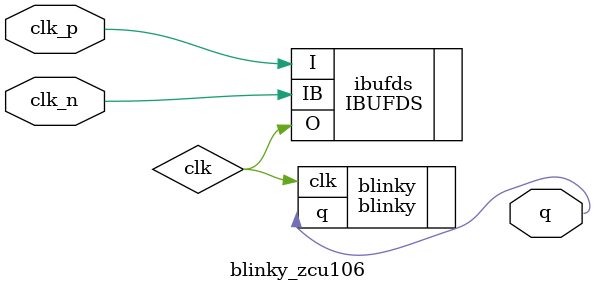
<source format=v>


// Permission is hereby granted, free of charge, to any person obtaining a copy
// of this software and associated documentation files (the "Software"), to deal
// in the Software without restriction, including without limitation the rights
// to use, copy, modify, merge, publish, distribute, sublicense, and/or sell
// copies of the Software, and to permit persons to whom the Software is
// furnished to do so, subject to the following conditions:

// The above copyright notice and this permission notice shall be included in all
// copies or substantial portions of the Software.

// THE SOFTWARE IS PROVIDED "AS IS", WITHOUT WARRANTY OF ANY KIND, EXPRESS OR
// IMPLIED, INCLUDING BUT NOT LIMITED TO THE WARRANTIES OF MERCHANTABILITY,
// FITNESS FOR A PARTICULAR PURPOSE AND NONINFRINGEMENT. IN NO EVENT SHALL THE
// AUTHORS OR COPYRIGHT HOLDERS BE LIABLE FOR ANY CLAIM, DAMAGES OR OTHER
// LIABILITY, WHETHER IN AN ACTION OF CONTRACT, TORT OR OTHERWISE, ARISING FROM,
// OUT OF OR IN CONNECTION WITH THE SOFTWARE OR THE USE OR OTHER DEALINGS IN THE
// SOFTWARE.

// xczu7ev-ffvc1156-2-e

module blinky_zcu106
  (input wire  clk_p,
   input wire  clk_n,
   output wire q);

   wire        clk;

   IBUFDS ibufds
     (.I  (clk_p),
      .IB (clk_n),
      .O  (clk));

   blinky #(.clk_freq_hz (125_000_000)) blinky
     (.clk (clk),
      .q   (q));

endmodule
</source>
